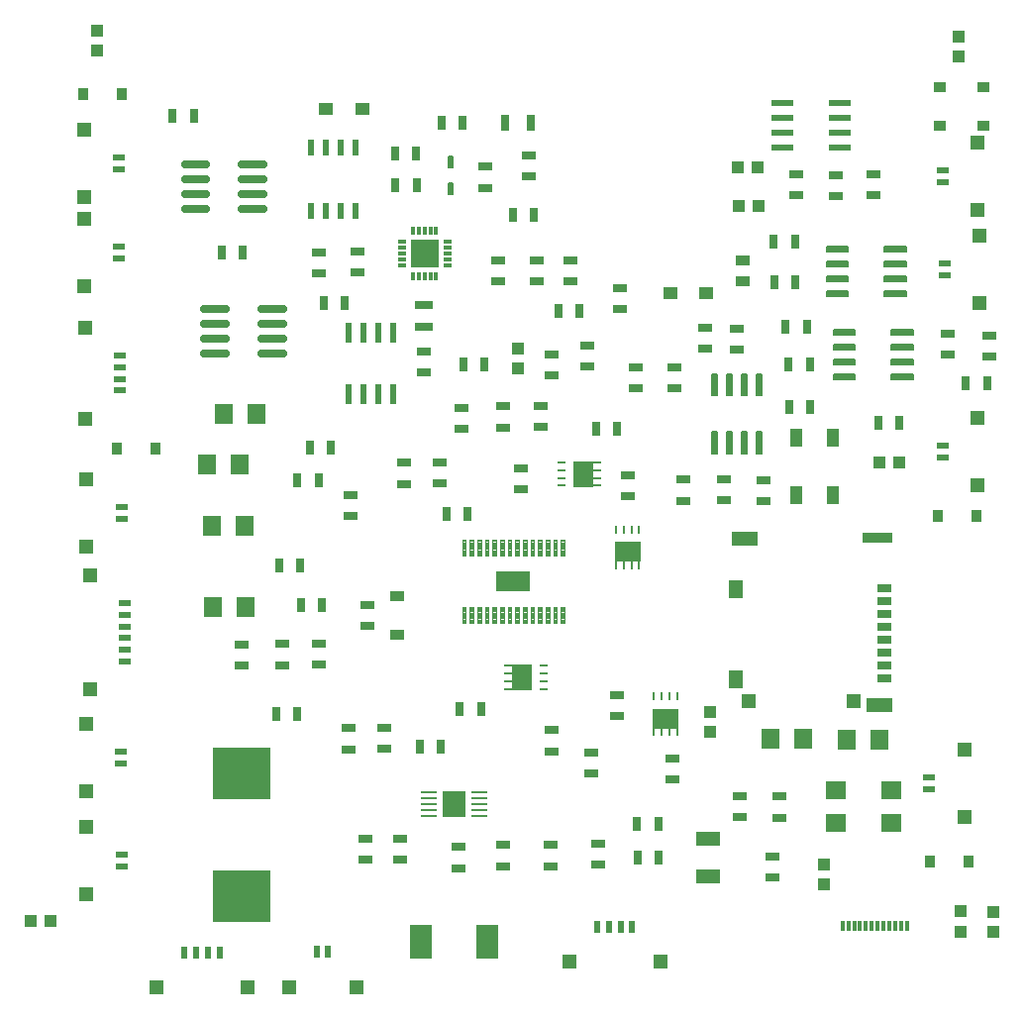
<source format=gbr>
G04 EAGLE Gerber RS-274X export*
G75*
%MOMM*%
%FSLAX34Y34*%
%LPD*%
%INSolderpaste Top*%
%IPPOS*%
%AMOC8*
5,1,8,0,0,1.08239X$1,22.5*%
G01*
%ADD10R,1.200000X0.800000*%
%ADD11R,0.800000X1.200000*%
%ADD12R,1.100000X1.000000*%
%ADD13R,1.600000X1.800000*%
%ADD14R,1.800000X1.600000*%
%ADD15R,2.000000X1.200000*%
%ADD16R,0.812800X1.041400*%
%ADD17R,1.041400X0.812800*%
%ADD18R,1.000000X1.500000*%
%ADD19R,1.220000X0.910000*%
%ADD20R,1.000000X0.550000*%
%ADD21R,1.300000X1.260000*%
%ADD22R,1.240000X0.800000*%
%ADD23R,2.500000X0.950000*%
%ADD24R,2.200000X1.150000*%
%ADD25R,1.250000X1.160000*%
%ADD26R,1.200000X1.160000*%
%ADD27R,1.150000X1.500000*%
%ADD28R,5.000000X4.500000*%
%ADD29R,0.635000X0.254000*%
%ADD30R,1.701800X2.260600*%
%ADD31R,0.254000X0.635000*%
%ADD32R,2.260600X1.701800*%
%ADD33R,1.000000X1.100000*%
%ADD34R,3.000000X1.730000*%
%ADD35C,0.102500*%
%ADD36C,0.700000*%
%ADD37R,1.397000X0.279400*%
%ADD38R,0.350000X0.890000*%
%ADD39R,0.550000X1.000000*%
%ADD40R,1.260000X1.300000*%
%ADD41R,1.981200X0.558800*%
%ADD42R,1.955800X2.997200*%
%ADD43R,0.990600X0.558800*%
%ADD44R,1.270000X1.295400*%
%ADD45R,0.787400X0.304800*%
%ADD46R,0.304800X0.787400*%
%ADD47R,2.438400X2.438400*%
%ADD48R,1.524000X0.711200*%
%ADD49R,0.558800X1.651000*%
%ADD50C,0.130000*%
%ADD51R,0.711200X1.447800*%
%ADD52R,0.558800X1.460500*%
%ADD53R,1.143000X1.092200*%
%ADD54C,0.150000*%

G36*
X403354Y192280D02*
X403354Y192280D01*
X403356Y192279D01*
X403399Y192299D01*
X403443Y192317D01*
X403443Y192319D01*
X403445Y192320D01*
X403478Y192405D01*
X403478Y213995D01*
X403478Y213996D01*
X403478Y213998D01*
X403478Y213999D01*
X403458Y214042D01*
X403440Y214086D01*
X403438Y214086D01*
X403437Y214088D01*
X403352Y214121D01*
X384048Y214121D01*
X384046Y214120D01*
X384044Y214121D01*
X384001Y214101D01*
X383957Y214083D01*
X383957Y214081D01*
X383955Y214080D01*
X383922Y213995D01*
X383922Y192405D01*
X383923Y192403D01*
X383922Y192401D01*
X383942Y192358D01*
X383960Y192314D01*
X383962Y192314D01*
X383963Y192312D01*
X384048Y192279D01*
X403352Y192279D01*
X403354Y192280D01*
G37*
D10*
X399796Y524146D03*
X399796Y542146D03*
D11*
X550816Y157226D03*
X568816Y157226D03*
D10*
X317706Y173378D03*
X317706Y155378D03*
X435610Y525162D03*
X435610Y543162D03*
X542798Y484488D03*
X542798Y466488D03*
D11*
X288494Y507854D03*
X270494Y507854D03*
D10*
X381508Y477156D03*
X381508Y495156D03*
X334010Y268334D03*
X334010Y250334D03*
X533146Y278274D03*
X533146Y296274D03*
X303276Y268080D03*
X303276Y250080D03*
X468122Y525670D03*
X468122Y543670D03*
D11*
X515256Y524256D03*
X533256Y524256D03*
X398892Y284226D03*
X416892Y284226D03*
X405240Y451612D03*
X387240Y451612D03*
D10*
X319436Y355490D03*
X319436Y373490D03*
X278638Y340216D03*
X278638Y322216D03*
X212598Y321454D03*
X212598Y339454D03*
D11*
X153158Y791824D03*
X171158Y791824D03*
D12*
X774712Y495132D03*
X757712Y495132D03*
D13*
X225328Y537210D03*
X197328Y537210D03*
X210850Y493268D03*
X182850Y493268D03*
X214914Y440944D03*
X186914Y440944D03*
X187422Y371856D03*
X215422Y371856D03*
D14*
X720090Y215168D03*
X720090Y187168D03*
X767334Y215422D03*
X767334Y187422D03*
D13*
X729204Y258064D03*
X757204Y258064D03*
X692180Y258826D03*
X664180Y258826D03*
D10*
X436008Y168102D03*
X436008Y150102D03*
D15*
X611378Y173226D03*
X611378Y141226D03*
D10*
X517324Y151418D03*
X517324Y169418D03*
D11*
X382380Y252476D03*
X364380Y252476D03*
D10*
X638302Y209914D03*
X638302Y191914D03*
D16*
X76546Y810270D03*
X109566Y810270D03*
X105918Y507492D03*
X138938Y507492D03*
X833628Y154432D03*
X800608Y154432D03*
X840832Y449552D03*
X807812Y449552D03*
D17*
X808700Y816010D03*
X808700Y782990D03*
X846400Y816110D03*
X846400Y783090D03*
D18*
X718034Y516758D03*
X718034Y467758D03*
X686034Y516758D03*
X686034Y467758D03*
D19*
X344942Y381011D03*
X344942Y348261D03*
D20*
X107184Y755936D03*
X107184Y745936D03*
D21*
X77284Y779686D03*
X77284Y722136D03*
D20*
X109462Y457400D03*
X109462Y447400D03*
D21*
X79562Y481150D03*
X79562Y423600D03*
D22*
X762017Y387907D03*
X762017Y376907D03*
X762017Y365907D03*
X762017Y354907D03*
X762017Y343907D03*
X762017Y332907D03*
X762017Y321907D03*
X762017Y310907D03*
D23*
X755717Y431357D03*
D24*
X757217Y287457D03*
D25*
X735717Y291507D03*
D26*
X645717Y291507D03*
D24*
X642417Y430357D03*
D27*
X634467Y387307D03*
X634467Y309507D03*
D20*
X109414Y160204D03*
X109414Y150204D03*
D21*
X79514Y183954D03*
X79514Y126404D03*
D20*
X800100Y215900D03*
X800100Y225900D03*
D21*
X830000Y192150D03*
X830000Y249700D03*
D20*
X811700Y499900D03*
X811700Y509900D03*
D21*
X841600Y476150D03*
X841600Y533700D03*
D20*
X811700Y735200D03*
X811700Y745200D03*
D21*
X841600Y711450D03*
X841600Y769000D03*
D20*
X108200Y586732D03*
X108200Y576732D03*
X108200Y566732D03*
X108200Y556732D03*
D21*
X78300Y610482D03*
X78300Y532932D03*
D28*
X211808Y229682D03*
X211808Y124682D03*
D29*
X485648Y488950D03*
X485648Y482092D03*
X485648Y495300D03*
X485648Y475488D03*
X516128Y488696D03*
X516128Y482092D03*
X516128Y495300D03*
X516128Y475488D03*
D30*
X504698Y485394D03*
D31*
X545788Y437796D03*
X538930Y437796D03*
X552138Y437796D03*
X532326Y437796D03*
X545534Y407316D03*
X538930Y407316D03*
X552138Y407316D03*
X532326Y407316D03*
D32*
X542232Y418746D03*
D31*
X578152Y295102D03*
X571294Y295102D03*
X584502Y295102D03*
X564690Y295102D03*
X577898Y264622D03*
X571294Y264622D03*
X584502Y264622D03*
X564690Y264622D03*
D32*
X574596Y276052D03*
D29*
X470662Y308102D03*
X470662Y314960D03*
X470662Y301752D03*
X470662Y321564D03*
X440182Y308356D03*
X440182Y314960D03*
X440182Y301752D03*
X440182Y321564D03*
D30*
X451612Y311658D03*
D10*
X451104Y472584D03*
X451104Y490584D03*
X305054Y449216D03*
X305054Y467216D03*
D11*
X244492Y407416D03*
X262492Y407416D03*
X263034Y373126D03*
X281034Y373126D03*
D10*
X246888Y321962D03*
X246888Y339962D03*
X580898Y224172D03*
X580898Y242172D03*
D11*
X241444Y280670D03*
X259444Y280670D03*
D10*
X477266Y266302D03*
X477266Y248302D03*
D33*
X612458Y282292D03*
X612458Y265292D03*
D10*
X671576Y209660D03*
X671576Y191660D03*
X665734Y140352D03*
X665734Y158352D03*
D33*
X710184Y151502D03*
X710184Y134502D03*
X827278Y111370D03*
X827278Y94370D03*
D10*
X511158Y247452D03*
X511158Y229452D03*
X351282Y476902D03*
X351282Y494902D03*
X347946Y155608D03*
X347946Y173608D03*
D11*
X550308Y185928D03*
X568308Y185928D03*
D10*
X476342Y168180D03*
X476342Y150180D03*
X397540Y148502D03*
X397540Y166502D03*
D12*
X48971Y103547D03*
X31971Y103547D03*
D33*
X855218Y110862D03*
X855218Y93862D03*
X825500Y842400D03*
X825500Y859400D03*
X88646Y847226D03*
X88646Y864226D03*
D34*
X444500Y393700D03*
D35*
X485212Y415462D02*
X485212Y429238D01*
X488288Y429238D01*
X488288Y415462D01*
X485212Y415462D01*
X485212Y416436D02*
X488288Y416436D01*
X488288Y417410D02*
X485212Y417410D01*
X485212Y418384D02*
X488288Y418384D01*
X488288Y419358D02*
X485212Y419358D01*
X485212Y420332D02*
X488288Y420332D01*
X488288Y421306D02*
X485212Y421306D01*
X485212Y422280D02*
X488288Y422280D01*
X488288Y423254D02*
X485212Y423254D01*
X485212Y424228D02*
X488288Y424228D01*
X488288Y425202D02*
X485212Y425202D01*
X485212Y426176D02*
X488288Y426176D01*
X488288Y427150D02*
X485212Y427150D01*
X485212Y428124D02*
X488288Y428124D01*
X488288Y429098D02*
X485212Y429098D01*
X478712Y429238D02*
X478712Y415462D01*
X478712Y429238D02*
X481788Y429238D01*
X481788Y415462D01*
X478712Y415462D01*
X478712Y416436D02*
X481788Y416436D01*
X481788Y417410D02*
X478712Y417410D01*
X478712Y418384D02*
X481788Y418384D01*
X481788Y419358D02*
X478712Y419358D01*
X478712Y420332D02*
X481788Y420332D01*
X481788Y421306D02*
X478712Y421306D01*
X478712Y422280D02*
X481788Y422280D01*
X481788Y423254D02*
X478712Y423254D01*
X478712Y424228D02*
X481788Y424228D01*
X481788Y425202D02*
X478712Y425202D01*
X478712Y426176D02*
X481788Y426176D01*
X481788Y427150D02*
X478712Y427150D01*
X478712Y428124D02*
X481788Y428124D01*
X481788Y429098D02*
X478712Y429098D01*
X472212Y429238D02*
X472212Y415462D01*
X472212Y429238D02*
X475288Y429238D01*
X475288Y415462D01*
X472212Y415462D01*
X472212Y416436D02*
X475288Y416436D01*
X475288Y417410D02*
X472212Y417410D01*
X472212Y418384D02*
X475288Y418384D01*
X475288Y419358D02*
X472212Y419358D01*
X472212Y420332D02*
X475288Y420332D01*
X475288Y421306D02*
X472212Y421306D01*
X472212Y422280D02*
X475288Y422280D01*
X475288Y423254D02*
X472212Y423254D01*
X472212Y424228D02*
X475288Y424228D01*
X475288Y425202D02*
X472212Y425202D01*
X472212Y426176D02*
X475288Y426176D01*
X475288Y427150D02*
X472212Y427150D01*
X472212Y428124D02*
X475288Y428124D01*
X475288Y429098D02*
X472212Y429098D01*
X465712Y429238D02*
X465712Y415462D01*
X465712Y429238D02*
X468788Y429238D01*
X468788Y415462D01*
X465712Y415462D01*
X465712Y416436D02*
X468788Y416436D01*
X468788Y417410D02*
X465712Y417410D01*
X465712Y418384D02*
X468788Y418384D01*
X468788Y419358D02*
X465712Y419358D01*
X465712Y420332D02*
X468788Y420332D01*
X468788Y421306D02*
X465712Y421306D01*
X465712Y422280D02*
X468788Y422280D01*
X468788Y423254D02*
X465712Y423254D01*
X465712Y424228D02*
X468788Y424228D01*
X468788Y425202D02*
X465712Y425202D01*
X465712Y426176D02*
X468788Y426176D01*
X468788Y427150D02*
X465712Y427150D01*
X465712Y428124D02*
X468788Y428124D01*
X468788Y429098D02*
X465712Y429098D01*
X459212Y429238D02*
X459212Y415462D01*
X459212Y429238D02*
X462288Y429238D01*
X462288Y415462D01*
X459212Y415462D01*
X459212Y416436D02*
X462288Y416436D01*
X462288Y417410D02*
X459212Y417410D01*
X459212Y418384D02*
X462288Y418384D01*
X462288Y419358D02*
X459212Y419358D01*
X459212Y420332D02*
X462288Y420332D01*
X462288Y421306D02*
X459212Y421306D01*
X459212Y422280D02*
X462288Y422280D01*
X462288Y423254D02*
X459212Y423254D01*
X459212Y424228D02*
X462288Y424228D01*
X462288Y425202D02*
X459212Y425202D01*
X459212Y426176D02*
X462288Y426176D01*
X462288Y427150D02*
X459212Y427150D01*
X459212Y428124D02*
X462288Y428124D01*
X462288Y429098D02*
X459212Y429098D01*
X452712Y429238D02*
X452712Y415462D01*
X452712Y429238D02*
X455788Y429238D01*
X455788Y415462D01*
X452712Y415462D01*
X452712Y416436D02*
X455788Y416436D01*
X455788Y417410D02*
X452712Y417410D01*
X452712Y418384D02*
X455788Y418384D01*
X455788Y419358D02*
X452712Y419358D01*
X452712Y420332D02*
X455788Y420332D01*
X455788Y421306D02*
X452712Y421306D01*
X452712Y422280D02*
X455788Y422280D01*
X455788Y423254D02*
X452712Y423254D01*
X452712Y424228D02*
X455788Y424228D01*
X455788Y425202D02*
X452712Y425202D01*
X452712Y426176D02*
X455788Y426176D01*
X455788Y427150D02*
X452712Y427150D01*
X452712Y428124D02*
X455788Y428124D01*
X455788Y429098D02*
X452712Y429098D01*
X446212Y429238D02*
X446212Y415462D01*
X446212Y429238D02*
X449288Y429238D01*
X449288Y415462D01*
X446212Y415462D01*
X446212Y416436D02*
X449288Y416436D01*
X449288Y417410D02*
X446212Y417410D01*
X446212Y418384D02*
X449288Y418384D01*
X449288Y419358D02*
X446212Y419358D01*
X446212Y420332D02*
X449288Y420332D01*
X449288Y421306D02*
X446212Y421306D01*
X446212Y422280D02*
X449288Y422280D01*
X449288Y423254D02*
X446212Y423254D01*
X446212Y424228D02*
X449288Y424228D01*
X449288Y425202D02*
X446212Y425202D01*
X446212Y426176D02*
X449288Y426176D01*
X449288Y427150D02*
X446212Y427150D01*
X446212Y428124D02*
X449288Y428124D01*
X449288Y429098D02*
X446212Y429098D01*
X439712Y429238D02*
X439712Y415462D01*
X439712Y429238D02*
X442788Y429238D01*
X442788Y415462D01*
X439712Y415462D01*
X439712Y416436D02*
X442788Y416436D01*
X442788Y417410D02*
X439712Y417410D01*
X439712Y418384D02*
X442788Y418384D01*
X442788Y419358D02*
X439712Y419358D01*
X439712Y420332D02*
X442788Y420332D01*
X442788Y421306D02*
X439712Y421306D01*
X439712Y422280D02*
X442788Y422280D01*
X442788Y423254D02*
X439712Y423254D01*
X439712Y424228D02*
X442788Y424228D01*
X442788Y425202D02*
X439712Y425202D01*
X439712Y426176D02*
X442788Y426176D01*
X442788Y427150D02*
X439712Y427150D01*
X439712Y428124D02*
X442788Y428124D01*
X442788Y429098D02*
X439712Y429098D01*
X433212Y429238D02*
X433212Y415462D01*
X433212Y429238D02*
X436288Y429238D01*
X436288Y415462D01*
X433212Y415462D01*
X433212Y416436D02*
X436288Y416436D01*
X436288Y417410D02*
X433212Y417410D01*
X433212Y418384D02*
X436288Y418384D01*
X436288Y419358D02*
X433212Y419358D01*
X433212Y420332D02*
X436288Y420332D01*
X436288Y421306D02*
X433212Y421306D01*
X433212Y422280D02*
X436288Y422280D01*
X436288Y423254D02*
X433212Y423254D01*
X433212Y424228D02*
X436288Y424228D01*
X436288Y425202D02*
X433212Y425202D01*
X433212Y426176D02*
X436288Y426176D01*
X436288Y427150D02*
X433212Y427150D01*
X433212Y428124D02*
X436288Y428124D01*
X436288Y429098D02*
X433212Y429098D01*
X426712Y429238D02*
X426712Y415462D01*
X426712Y429238D02*
X429788Y429238D01*
X429788Y415462D01*
X426712Y415462D01*
X426712Y416436D02*
X429788Y416436D01*
X429788Y417410D02*
X426712Y417410D01*
X426712Y418384D02*
X429788Y418384D01*
X429788Y419358D02*
X426712Y419358D01*
X426712Y420332D02*
X429788Y420332D01*
X429788Y421306D02*
X426712Y421306D01*
X426712Y422280D02*
X429788Y422280D01*
X429788Y423254D02*
X426712Y423254D01*
X426712Y424228D02*
X429788Y424228D01*
X429788Y425202D02*
X426712Y425202D01*
X426712Y426176D02*
X429788Y426176D01*
X429788Y427150D02*
X426712Y427150D01*
X426712Y428124D02*
X429788Y428124D01*
X429788Y429098D02*
X426712Y429098D01*
X420212Y429238D02*
X420212Y415462D01*
X420212Y429238D02*
X423288Y429238D01*
X423288Y415462D01*
X420212Y415462D01*
X420212Y416436D02*
X423288Y416436D01*
X423288Y417410D02*
X420212Y417410D01*
X420212Y418384D02*
X423288Y418384D01*
X423288Y419358D02*
X420212Y419358D01*
X420212Y420332D02*
X423288Y420332D01*
X423288Y421306D02*
X420212Y421306D01*
X420212Y422280D02*
X423288Y422280D01*
X423288Y423254D02*
X420212Y423254D01*
X420212Y424228D02*
X423288Y424228D01*
X423288Y425202D02*
X420212Y425202D01*
X420212Y426176D02*
X423288Y426176D01*
X423288Y427150D02*
X420212Y427150D01*
X420212Y428124D02*
X423288Y428124D01*
X423288Y429098D02*
X420212Y429098D01*
X413712Y429238D02*
X413712Y415462D01*
X413712Y429238D02*
X416788Y429238D01*
X416788Y415462D01*
X413712Y415462D01*
X413712Y416436D02*
X416788Y416436D01*
X416788Y417410D02*
X413712Y417410D01*
X413712Y418384D02*
X416788Y418384D01*
X416788Y419358D02*
X413712Y419358D01*
X413712Y420332D02*
X416788Y420332D01*
X416788Y421306D02*
X413712Y421306D01*
X413712Y422280D02*
X416788Y422280D01*
X416788Y423254D02*
X413712Y423254D01*
X413712Y424228D02*
X416788Y424228D01*
X416788Y425202D02*
X413712Y425202D01*
X413712Y426176D02*
X416788Y426176D01*
X416788Y427150D02*
X413712Y427150D01*
X413712Y428124D02*
X416788Y428124D01*
X416788Y429098D02*
X413712Y429098D01*
X407212Y429238D02*
X407212Y415462D01*
X407212Y429238D02*
X410288Y429238D01*
X410288Y415462D01*
X407212Y415462D01*
X407212Y416436D02*
X410288Y416436D01*
X410288Y417410D02*
X407212Y417410D01*
X407212Y418384D02*
X410288Y418384D01*
X410288Y419358D02*
X407212Y419358D01*
X407212Y420332D02*
X410288Y420332D01*
X410288Y421306D02*
X407212Y421306D01*
X407212Y422280D02*
X410288Y422280D01*
X410288Y423254D02*
X407212Y423254D01*
X407212Y424228D02*
X410288Y424228D01*
X410288Y425202D02*
X407212Y425202D01*
X407212Y426176D02*
X410288Y426176D01*
X410288Y427150D02*
X407212Y427150D01*
X407212Y428124D02*
X410288Y428124D01*
X410288Y429098D02*
X407212Y429098D01*
X400712Y429238D02*
X400712Y415462D01*
X400712Y429238D02*
X403788Y429238D01*
X403788Y415462D01*
X400712Y415462D01*
X400712Y416436D02*
X403788Y416436D01*
X403788Y417410D02*
X400712Y417410D01*
X400712Y418384D02*
X403788Y418384D01*
X403788Y419358D02*
X400712Y419358D01*
X400712Y420332D02*
X403788Y420332D01*
X403788Y421306D02*
X400712Y421306D01*
X400712Y422280D02*
X403788Y422280D01*
X403788Y423254D02*
X400712Y423254D01*
X400712Y424228D02*
X403788Y424228D01*
X403788Y425202D02*
X400712Y425202D01*
X400712Y426176D02*
X403788Y426176D01*
X403788Y427150D02*
X400712Y427150D01*
X400712Y428124D02*
X403788Y428124D01*
X403788Y429098D02*
X400712Y429098D01*
X400712Y371938D02*
X400712Y358162D01*
X400712Y371938D02*
X403788Y371938D01*
X403788Y358162D01*
X400712Y358162D01*
X400712Y359136D02*
X403788Y359136D01*
X403788Y360110D02*
X400712Y360110D01*
X400712Y361084D02*
X403788Y361084D01*
X403788Y362058D02*
X400712Y362058D01*
X400712Y363032D02*
X403788Y363032D01*
X403788Y364006D02*
X400712Y364006D01*
X400712Y364980D02*
X403788Y364980D01*
X403788Y365954D02*
X400712Y365954D01*
X400712Y366928D02*
X403788Y366928D01*
X403788Y367902D02*
X400712Y367902D01*
X400712Y368876D02*
X403788Y368876D01*
X403788Y369850D02*
X400712Y369850D01*
X400712Y370824D02*
X403788Y370824D01*
X403788Y371798D02*
X400712Y371798D01*
X407212Y371938D02*
X407212Y358162D01*
X407212Y371938D02*
X410288Y371938D01*
X410288Y358162D01*
X407212Y358162D01*
X407212Y359136D02*
X410288Y359136D01*
X410288Y360110D02*
X407212Y360110D01*
X407212Y361084D02*
X410288Y361084D01*
X410288Y362058D02*
X407212Y362058D01*
X407212Y363032D02*
X410288Y363032D01*
X410288Y364006D02*
X407212Y364006D01*
X407212Y364980D02*
X410288Y364980D01*
X410288Y365954D02*
X407212Y365954D01*
X407212Y366928D02*
X410288Y366928D01*
X410288Y367902D02*
X407212Y367902D01*
X407212Y368876D02*
X410288Y368876D01*
X410288Y369850D02*
X407212Y369850D01*
X407212Y370824D02*
X410288Y370824D01*
X410288Y371798D02*
X407212Y371798D01*
X413712Y371938D02*
X413712Y358162D01*
X413712Y371938D02*
X416788Y371938D01*
X416788Y358162D01*
X413712Y358162D01*
X413712Y359136D02*
X416788Y359136D01*
X416788Y360110D02*
X413712Y360110D01*
X413712Y361084D02*
X416788Y361084D01*
X416788Y362058D02*
X413712Y362058D01*
X413712Y363032D02*
X416788Y363032D01*
X416788Y364006D02*
X413712Y364006D01*
X413712Y364980D02*
X416788Y364980D01*
X416788Y365954D02*
X413712Y365954D01*
X413712Y366928D02*
X416788Y366928D01*
X416788Y367902D02*
X413712Y367902D01*
X413712Y368876D02*
X416788Y368876D01*
X416788Y369850D02*
X413712Y369850D01*
X413712Y370824D02*
X416788Y370824D01*
X416788Y371798D02*
X413712Y371798D01*
X420212Y371938D02*
X420212Y358162D01*
X420212Y371938D02*
X423288Y371938D01*
X423288Y358162D01*
X420212Y358162D01*
X420212Y359136D02*
X423288Y359136D01*
X423288Y360110D02*
X420212Y360110D01*
X420212Y361084D02*
X423288Y361084D01*
X423288Y362058D02*
X420212Y362058D01*
X420212Y363032D02*
X423288Y363032D01*
X423288Y364006D02*
X420212Y364006D01*
X420212Y364980D02*
X423288Y364980D01*
X423288Y365954D02*
X420212Y365954D01*
X420212Y366928D02*
X423288Y366928D01*
X423288Y367902D02*
X420212Y367902D01*
X420212Y368876D02*
X423288Y368876D01*
X423288Y369850D02*
X420212Y369850D01*
X420212Y370824D02*
X423288Y370824D01*
X423288Y371798D02*
X420212Y371798D01*
X426712Y371938D02*
X426712Y358162D01*
X426712Y371938D02*
X429788Y371938D01*
X429788Y358162D01*
X426712Y358162D01*
X426712Y359136D02*
X429788Y359136D01*
X429788Y360110D02*
X426712Y360110D01*
X426712Y361084D02*
X429788Y361084D01*
X429788Y362058D02*
X426712Y362058D01*
X426712Y363032D02*
X429788Y363032D01*
X429788Y364006D02*
X426712Y364006D01*
X426712Y364980D02*
X429788Y364980D01*
X429788Y365954D02*
X426712Y365954D01*
X426712Y366928D02*
X429788Y366928D01*
X429788Y367902D02*
X426712Y367902D01*
X426712Y368876D02*
X429788Y368876D01*
X429788Y369850D02*
X426712Y369850D01*
X426712Y370824D02*
X429788Y370824D01*
X429788Y371798D02*
X426712Y371798D01*
X433212Y371938D02*
X433212Y358162D01*
X433212Y371938D02*
X436288Y371938D01*
X436288Y358162D01*
X433212Y358162D01*
X433212Y359136D02*
X436288Y359136D01*
X436288Y360110D02*
X433212Y360110D01*
X433212Y361084D02*
X436288Y361084D01*
X436288Y362058D02*
X433212Y362058D01*
X433212Y363032D02*
X436288Y363032D01*
X436288Y364006D02*
X433212Y364006D01*
X433212Y364980D02*
X436288Y364980D01*
X436288Y365954D02*
X433212Y365954D01*
X433212Y366928D02*
X436288Y366928D01*
X436288Y367902D02*
X433212Y367902D01*
X433212Y368876D02*
X436288Y368876D01*
X436288Y369850D02*
X433212Y369850D01*
X433212Y370824D02*
X436288Y370824D01*
X436288Y371798D02*
X433212Y371798D01*
X439712Y371938D02*
X439712Y358162D01*
X439712Y371938D02*
X442788Y371938D01*
X442788Y358162D01*
X439712Y358162D01*
X439712Y359136D02*
X442788Y359136D01*
X442788Y360110D02*
X439712Y360110D01*
X439712Y361084D02*
X442788Y361084D01*
X442788Y362058D02*
X439712Y362058D01*
X439712Y363032D02*
X442788Y363032D01*
X442788Y364006D02*
X439712Y364006D01*
X439712Y364980D02*
X442788Y364980D01*
X442788Y365954D02*
X439712Y365954D01*
X439712Y366928D02*
X442788Y366928D01*
X442788Y367902D02*
X439712Y367902D01*
X439712Y368876D02*
X442788Y368876D01*
X442788Y369850D02*
X439712Y369850D01*
X439712Y370824D02*
X442788Y370824D01*
X442788Y371798D02*
X439712Y371798D01*
X446212Y371938D02*
X446212Y358162D01*
X446212Y371938D02*
X449288Y371938D01*
X449288Y358162D01*
X446212Y358162D01*
X446212Y359136D02*
X449288Y359136D01*
X449288Y360110D02*
X446212Y360110D01*
X446212Y361084D02*
X449288Y361084D01*
X449288Y362058D02*
X446212Y362058D01*
X446212Y363032D02*
X449288Y363032D01*
X449288Y364006D02*
X446212Y364006D01*
X446212Y364980D02*
X449288Y364980D01*
X449288Y365954D02*
X446212Y365954D01*
X446212Y366928D02*
X449288Y366928D01*
X449288Y367902D02*
X446212Y367902D01*
X446212Y368876D02*
X449288Y368876D01*
X449288Y369850D02*
X446212Y369850D01*
X446212Y370824D02*
X449288Y370824D01*
X449288Y371798D02*
X446212Y371798D01*
X452712Y371938D02*
X452712Y358162D01*
X452712Y371938D02*
X455788Y371938D01*
X455788Y358162D01*
X452712Y358162D01*
X452712Y359136D02*
X455788Y359136D01*
X455788Y360110D02*
X452712Y360110D01*
X452712Y361084D02*
X455788Y361084D01*
X455788Y362058D02*
X452712Y362058D01*
X452712Y363032D02*
X455788Y363032D01*
X455788Y364006D02*
X452712Y364006D01*
X452712Y364980D02*
X455788Y364980D01*
X455788Y365954D02*
X452712Y365954D01*
X452712Y366928D02*
X455788Y366928D01*
X455788Y367902D02*
X452712Y367902D01*
X452712Y368876D02*
X455788Y368876D01*
X455788Y369850D02*
X452712Y369850D01*
X452712Y370824D02*
X455788Y370824D01*
X455788Y371798D02*
X452712Y371798D01*
X459212Y371938D02*
X459212Y358162D01*
X459212Y371938D02*
X462288Y371938D01*
X462288Y358162D01*
X459212Y358162D01*
X459212Y359136D02*
X462288Y359136D01*
X462288Y360110D02*
X459212Y360110D01*
X459212Y361084D02*
X462288Y361084D01*
X462288Y362058D02*
X459212Y362058D01*
X459212Y363032D02*
X462288Y363032D01*
X462288Y364006D02*
X459212Y364006D01*
X459212Y364980D02*
X462288Y364980D01*
X462288Y365954D02*
X459212Y365954D01*
X459212Y366928D02*
X462288Y366928D01*
X462288Y367902D02*
X459212Y367902D01*
X459212Y368876D02*
X462288Y368876D01*
X462288Y369850D02*
X459212Y369850D01*
X459212Y370824D02*
X462288Y370824D01*
X462288Y371798D02*
X459212Y371798D01*
X465712Y371938D02*
X465712Y358162D01*
X465712Y371938D02*
X468788Y371938D01*
X468788Y358162D01*
X465712Y358162D01*
X465712Y359136D02*
X468788Y359136D01*
X468788Y360110D02*
X465712Y360110D01*
X465712Y361084D02*
X468788Y361084D01*
X468788Y362058D02*
X465712Y362058D01*
X465712Y363032D02*
X468788Y363032D01*
X468788Y364006D02*
X465712Y364006D01*
X465712Y364980D02*
X468788Y364980D01*
X468788Y365954D02*
X465712Y365954D01*
X465712Y366928D02*
X468788Y366928D01*
X468788Y367902D02*
X465712Y367902D01*
X465712Y368876D02*
X468788Y368876D01*
X468788Y369850D02*
X465712Y369850D01*
X465712Y370824D02*
X468788Y370824D01*
X468788Y371798D02*
X465712Y371798D01*
X472212Y371938D02*
X472212Y358162D01*
X472212Y371938D02*
X475288Y371938D01*
X475288Y358162D01*
X472212Y358162D01*
X472212Y359136D02*
X475288Y359136D01*
X475288Y360110D02*
X472212Y360110D01*
X472212Y361084D02*
X475288Y361084D01*
X475288Y362058D02*
X472212Y362058D01*
X472212Y363032D02*
X475288Y363032D01*
X475288Y364006D02*
X472212Y364006D01*
X472212Y364980D02*
X475288Y364980D01*
X475288Y365954D02*
X472212Y365954D01*
X472212Y366928D02*
X475288Y366928D01*
X475288Y367902D02*
X472212Y367902D01*
X472212Y368876D02*
X475288Y368876D01*
X475288Y369850D02*
X472212Y369850D01*
X472212Y370824D02*
X475288Y370824D01*
X475288Y371798D02*
X472212Y371798D01*
X478712Y371938D02*
X478712Y358162D01*
X478712Y371938D02*
X481788Y371938D01*
X481788Y358162D01*
X478712Y358162D01*
X478712Y359136D02*
X481788Y359136D01*
X481788Y360110D02*
X478712Y360110D01*
X478712Y361084D02*
X481788Y361084D01*
X481788Y362058D02*
X478712Y362058D01*
X478712Y363032D02*
X481788Y363032D01*
X481788Y364006D02*
X478712Y364006D01*
X478712Y364980D02*
X481788Y364980D01*
X481788Y365954D02*
X478712Y365954D01*
X478712Y366928D02*
X481788Y366928D01*
X481788Y367902D02*
X478712Y367902D01*
X478712Y368876D02*
X481788Y368876D01*
X481788Y369850D02*
X478712Y369850D01*
X478712Y370824D02*
X481788Y370824D01*
X481788Y371798D02*
X478712Y371798D01*
X485212Y371938D02*
X485212Y358162D01*
X485212Y371938D02*
X488288Y371938D01*
X488288Y358162D01*
X485212Y358162D01*
X485212Y359136D02*
X488288Y359136D01*
X488288Y360110D02*
X485212Y360110D01*
X485212Y361084D02*
X488288Y361084D01*
X488288Y362058D02*
X485212Y362058D01*
X485212Y363032D02*
X488288Y363032D01*
X488288Y364006D02*
X485212Y364006D01*
X485212Y364980D02*
X488288Y364980D01*
X488288Y365954D02*
X485212Y365954D01*
X485212Y366928D02*
X488288Y366928D01*
X488288Y367902D02*
X485212Y367902D01*
X485212Y368876D02*
X488288Y368876D01*
X488288Y369850D02*
X485212Y369850D01*
X485212Y370824D02*
X488288Y370824D01*
X488288Y371798D02*
X485212Y371798D01*
D36*
X181604Y749808D02*
X163604Y749808D01*
X163604Y737108D02*
X181604Y737108D01*
X181604Y724408D02*
X163604Y724408D01*
X163604Y711708D02*
X181604Y711708D01*
X212604Y749808D02*
X230604Y749808D01*
X230604Y737108D02*
X212604Y737108D01*
X212604Y724408D02*
X230604Y724408D01*
X230604Y711708D02*
X212604Y711708D01*
D37*
X371856Y213208D03*
X371856Y208204D03*
X371856Y203200D03*
X371856Y198196D03*
X371856Y193192D03*
X415544Y193192D03*
X415544Y198196D03*
X415544Y203200D03*
X415544Y208204D03*
X415544Y213208D03*
D38*
X725932Y99060D03*
X730932Y99060D03*
X735932Y99060D03*
X740932Y99060D03*
X745932Y99060D03*
X750932Y99060D03*
X755932Y99060D03*
X760932Y99060D03*
X765932Y99060D03*
X770932Y99060D03*
X775932Y99060D03*
X780932Y99060D03*
D39*
X163216Y76630D03*
X173216Y76630D03*
X183216Y76630D03*
X193216Y76630D03*
D40*
X139466Y46730D03*
X217016Y46730D03*
D41*
X674214Y802538D03*
X674214Y789838D03*
X674214Y777138D03*
X674214Y764438D03*
X723490Y764438D03*
X723490Y777138D03*
X723490Y789838D03*
X723490Y802538D03*
D12*
X636366Y747970D03*
X653366Y747970D03*
X654440Y714582D03*
X637440Y714582D03*
D42*
X422204Y85344D03*
X365704Y85344D03*
D20*
X109176Y247930D03*
X109176Y237930D03*
D21*
X79276Y271680D03*
X79276Y214130D03*
D20*
X107538Y679670D03*
X107538Y669670D03*
D21*
X77638Y703420D03*
X77638Y645870D03*
D39*
X276208Y76800D03*
X286208Y76800D03*
D40*
X252458Y46900D03*
X310008Y46900D03*
D20*
X813254Y655537D03*
X813254Y665537D03*
D21*
X843154Y631787D03*
X843154Y689337D03*
D39*
X516128Y98548D03*
X526128Y98548D03*
X536128Y98548D03*
X546128Y98548D03*
D40*
X492378Y68648D03*
X569928Y68648D03*
D11*
X277932Y480242D03*
X259932Y480242D03*
D43*
X112716Y375144D03*
X112716Y365144D03*
X112716Y355144D03*
X112716Y345144D03*
X112716Y335144D03*
X112716Y325144D03*
D44*
X82816Y301394D03*
X82816Y398894D03*
D11*
X195286Y674624D03*
X213286Y674624D03*
D36*
X198368Y626612D02*
X180368Y626612D01*
X180368Y613912D02*
X198368Y613912D01*
X198368Y601212D02*
X180368Y601212D01*
X180368Y588512D02*
X198368Y588512D01*
X229368Y626612D02*
X247368Y626612D01*
X247368Y613912D02*
X229368Y613912D01*
X229368Y601212D02*
X247368Y601212D01*
X247368Y588512D02*
X229368Y588512D01*
D10*
X589400Y480700D03*
X589400Y462700D03*
X624300Y462800D03*
X624300Y480800D03*
X658400Y462200D03*
X658400Y480200D03*
D45*
X349042Y683906D03*
X349042Y679080D03*
X349042Y674000D03*
X349042Y668920D03*
X349042Y664094D03*
D46*
X358694Y654442D03*
X363520Y654442D03*
X368600Y654442D03*
X373680Y654442D03*
X378506Y654442D03*
D45*
X388158Y664094D03*
X388158Y668920D03*
X388158Y674000D03*
X388158Y679080D03*
X388158Y683906D03*
D46*
X378506Y693558D03*
X373680Y693558D03*
X368600Y693558D03*
X363520Y693558D03*
X358694Y693558D03*
D47*
X368600Y674000D03*
D10*
X368300Y572100D03*
X368300Y590100D03*
D11*
X401900Y579100D03*
X419900Y579100D03*
D48*
X368000Y611100D03*
X368000Y630150D03*
D49*
X341750Y606389D03*
X329050Y606389D03*
X316350Y606389D03*
X303650Y606389D03*
X303650Y553811D03*
X316350Y553811D03*
X329050Y553811D03*
X341750Y553811D03*
D11*
X483100Y624500D03*
X501100Y624500D03*
D10*
X507700Y577600D03*
X507700Y595600D03*
X311100Y657500D03*
X311100Y675500D03*
X278200Y675200D03*
X278200Y657200D03*
D11*
X300100Y631700D03*
X282100Y631700D03*
G36*
X646490Y654189D02*
X646477Y646190D01*
X634478Y646211D01*
X634491Y654210D01*
X646490Y654189D01*
G37*
G36*
X646522Y672189D02*
X646509Y664190D01*
X634510Y664211D01*
X634523Y672210D01*
X646522Y672189D01*
G37*
X343500Y759800D03*
X361500Y759800D03*
D50*
X392850Y733900D02*
X392850Y724900D01*
X388950Y724900D01*
X388950Y733900D01*
X392850Y733900D01*
X392850Y726135D02*
X388950Y726135D01*
X388950Y727370D02*
X392850Y727370D01*
X392850Y728605D02*
X388950Y728605D01*
X388950Y729840D02*
X392850Y729840D01*
X392850Y731075D02*
X388950Y731075D01*
X388950Y732310D02*
X392850Y732310D01*
X392850Y733545D02*
X388950Y733545D01*
X392850Y747900D02*
X392850Y756900D01*
X392850Y747900D02*
X388950Y747900D01*
X388950Y756900D01*
X392850Y756900D01*
X392850Y749135D02*
X388950Y749135D01*
X388950Y750370D02*
X392850Y750370D01*
X392850Y751605D02*
X388950Y751605D01*
X388950Y752840D02*
X392850Y752840D01*
X392850Y754075D02*
X388950Y754075D01*
X388950Y755310D02*
X392850Y755310D01*
X392850Y756545D02*
X388950Y756545D01*
D11*
X361700Y732800D03*
X343700Y732800D03*
D51*
X459649Y785500D03*
X437551Y785500D03*
D10*
X458000Y740000D03*
X458000Y758000D03*
X493500Y668000D03*
X493500Y650000D03*
D11*
X462300Y706600D03*
X444300Y706600D03*
D10*
X431800Y667900D03*
X431800Y649900D03*
X464800Y650000D03*
X464800Y668000D03*
X476900Y587500D03*
X476900Y569500D03*
X536000Y626200D03*
X536000Y644200D03*
D52*
X271750Y710259D03*
X284450Y710259D03*
X297150Y710259D03*
X309850Y710259D03*
X309850Y764742D03*
X297150Y764742D03*
X284450Y764742D03*
X271750Y764742D03*
D53*
X284433Y797400D03*
X315167Y797400D03*
X578833Y639900D03*
X609567Y639900D03*
D33*
X448300Y575400D03*
X448300Y592400D03*
D11*
X401200Y786100D03*
X383200Y786100D03*
D10*
X420400Y730200D03*
X420400Y748200D03*
D11*
X667100Y684300D03*
X685100Y684300D03*
D54*
X712500Y675400D02*
X730700Y675400D01*
X712500Y675400D02*
X712500Y679900D01*
X730700Y679900D01*
X730700Y675400D01*
X730700Y676825D02*
X712500Y676825D01*
X712500Y678250D02*
X730700Y678250D01*
X730700Y679675D02*
X712500Y679675D01*
X712500Y662700D02*
X730700Y662700D01*
X712500Y662700D02*
X712500Y667200D01*
X730700Y667200D01*
X730700Y662700D01*
X730700Y664125D02*
X712500Y664125D01*
X712500Y665550D02*
X730700Y665550D01*
X730700Y666975D02*
X712500Y666975D01*
X712500Y650000D02*
X730700Y650000D01*
X712500Y650000D02*
X712500Y654500D01*
X730700Y654500D01*
X730700Y650000D01*
X730700Y651425D02*
X712500Y651425D01*
X712500Y652850D02*
X730700Y652850D01*
X730700Y654275D02*
X712500Y654275D01*
X712500Y637300D02*
X730700Y637300D01*
X712500Y637300D02*
X712500Y641800D01*
X730700Y641800D01*
X730700Y637300D01*
X730700Y638725D02*
X712500Y638725D01*
X712500Y640150D02*
X730700Y640150D01*
X730700Y641575D02*
X712500Y641575D01*
X761900Y637300D02*
X780100Y637300D01*
X761900Y637300D02*
X761900Y641800D01*
X780100Y641800D01*
X780100Y637300D01*
X780100Y638725D02*
X761900Y638725D01*
X761900Y640150D02*
X780100Y640150D01*
X780100Y641575D02*
X761900Y641575D01*
X761900Y650000D02*
X780100Y650000D01*
X761900Y650000D02*
X761900Y654500D01*
X780100Y654500D01*
X780100Y650000D01*
X780100Y651425D02*
X761900Y651425D01*
X761900Y652850D02*
X780100Y652850D01*
X780100Y654275D02*
X761900Y654275D01*
X761900Y662700D02*
X780100Y662700D01*
X761900Y662700D02*
X761900Y667200D01*
X780100Y667200D01*
X780100Y662700D01*
X780100Y664125D02*
X761900Y664125D01*
X761900Y665550D02*
X780100Y665550D01*
X780100Y666975D02*
X761900Y666975D01*
X761900Y675400D02*
X780100Y675400D01*
X761900Y675400D02*
X761900Y679900D01*
X780100Y679900D01*
X780100Y675400D01*
X780100Y676825D02*
X761900Y676825D01*
X761900Y678250D02*
X780100Y678250D01*
X780100Y679675D02*
X761900Y679675D01*
D11*
X667300Y649300D03*
X685300Y649300D03*
X679800Y578800D03*
X697800Y578800D03*
D54*
X718500Y604600D02*
X736700Y604600D01*
X718500Y604600D02*
X718500Y609100D01*
X736700Y609100D01*
X736700Y604600D01*
X736700Y606025D02*
X718500Y606025D01*
X718500Y607450D02*
X736700Y607450D01*
X736700Y608875D02*
X718500Y608875D01*
X718500Y591900D02*
X736700Y591900D01*
X718500Y591900D02*
X718500Y596400D01*
X736700Y596400D01*
X736700Y591900D01*
X736700Y593325D02*
X718500Y593325D01*
X718500Y594750D02*
X736700Y594750D01*
X736700Y596175D02*
X718500Y596175D01*
X718500Y579200D02*
X736700Y579200D01*
X718500Y579200D02*
X718500Y583700D01*
X736700Y583700D01*
X736700Y579200D01*
X736700Y580625D02*
X718500Y580625D01*
X718500Y582050D02*
X736700Y582050D01*
X736700Y583475D02*
X718500Y583475D01*
X718500Y566500D02*
X736700Y566500D01*
X718500Y566500D02*
X718500Y571000D01*
X736700Y571000D01*
X736700Y566500D01*
X736700Y567925D02*
X718500Y567925D01*
X718500Y569350D02*
X736700Y569350D01*
X736700Y570775D02*
X718500Y570775D01*
X767900Y566500D02*
X786100Y566500D01*
X767900Y566500D02*
X767900Y571000D01*
X786100Y571000D01*
X786100Y566500D01*
X786100Y567925D02*
X767900Y567925D01*
X767900Y569350D02*
X786100Y569350D01*
X786100Y570775D02*
X767900Y570775D01*
X767900Y579200D02*
X786100Y579200D01*
X767900Y579200D02*
X767900Y583700D01*
X786100Y583700D01*
X786100Y579200D01*
X786100Y580625D02*
X767900Y580625D01*
X767900Y582050D02*
X786100Y582050D01*
X786100Y583475D02*
X767900Y583475D01*
X767900Y591900D02*
X786100Y591900D01*
X767900Y591900D02*
X767900Y596400D01*
X786100Y596400D01*
X786100Y591900D01*
X786100Y593325D02*
X767900Y593325D01*
X767900Y594750D02*
X786100Y594750D01*
X786100Y596175D02*
X767900Y596175D01*
X767900Y604600D02*
X786100Y604600D01*
X767900Y604600D02*
X767900Y609100D01*
X786100Y609100D01*
X786100Y604600D01*
X786100Y606025D02*
X767900Y606025D01*
X767900Y607450D02*
X786100Y607450D01*
X786100Y608875D02*
X767900Y608875D01*
D11*
X680600Y542500D03*
X698600Y542500D03*
D54*
X618700Y521400D02*
X618700Y503200D01*
X614200Y503200D01*
X614200Y521400D01*
X618700Y521400D01*
X618700Y504625D02*
X614200Y504625D01*
X614200Y506050D02*
X618700Y506050D01*
X618700Y507475D02*
X614200Y507475D01*
X614200Y508900D02*
X618700Y508900D01*
X618700Y510325D02*
X614200Y510325D01*
X614200Y511750D02*
X618700Y511750D01*
X618700Y513175D02*
X614200Y513175D01*
X614200Y514600D02*
X618700Y514600D01*
X618700Y516025D02*
X614200Y516025D01*
X614200Y517450D02*
X618700Y517450D01*
X618700Y518875D02*
X614200Y518875D01*
X614200Y520300D02*
X618700Y520300D01*
X631400Y521400D02*
X631400Y503200D01*
X626900Y503200D01*
X626900Y521400D01*
X631400Y521400D01*
X631400Y504625D02*
X626900Y504625D01*
X626900Y506050D02*
X631400Y506050D01*
X631400Y507475D02*
X626900Y507475D01*
X626900Y508900D02*
X631400Y508900D01*
X631400Y510325D02*
X626900Y510325D01*
X626900Y511750D02*
X631400Y511750D01*
X631400Y513175D02*
X626900Y513175D01*
X626900Y514600D02*
X631400Y514600D01*
X631400Y516025D02*
X626900Y516025D01*
X626900Y517450D02*
X631400Y517450D01*
X631400Y518875D02*
X626900Y518875D01*
X626900Y520300D02*
X631400Y520300D01*
X644100Y521400D02*
X644100Y503200D01*
X639600Y503200D01*
X639600Y521400D01*
X644100Y521400D01*
X644100Y504625D02*
X639600Y504625D01*
X639600Y506050D02*
X644100Y506050D01*
X644100Y507475D02*
X639600Y507475D01*
X639600Y508900D02*
X644100Y508900D01*
X644100Y510325D02*
X639600Y510325D01*
X639600Y511750D02*
X644100Y511750D01*
X644100Y513175D02*
X639600Y513175D01*
X639600Y514600D02*
X644100Y514600D01*
X644100Y516025D02*
X639600Y516025D01*
X639600Y517450D02*
X644100Y517450D01*
X644100Y518875D02*
X639600Y518875D01*
X639600Y520300D02*
X644100Y520300D01*
X656800Y521400D02*
X656800Y503200D01*
X652300Y503200D01*
X652300Y521400D01*
X656800Y521400D01*
X656800Y504625D02*
X652300Y504625D01*
X652300Y506050D02*
X656800Y506050D01*
X656800Y507475D02*
X652300Y507475D01*
X652300Y508900D02*
X656800Y508900D01*
X656800Y510325D02*
X652300Y510325D01*
X652300Y511750D02*
X656800Y511750D01*
X656800Y513175D02*
X652300Y513175D01*
X652300Y514600D02*
X656800Y514600D01*
X656800Y516025D02*
X652300Y516025D01*
X652300Y517450D02*
X656800Y517450D01*
X656800Y518875D02*
X652300Y518875D01*
X652300Y520300D02*
X656800Y520300D01*
X656800Y552600D02*
X656800Y570800D01*
X656800Y552600D02*
X652300Y552600D01*
X652300Y570800D01*
X656800Y570800D01*
X656800Y554025D02*
X652300Y554025D01*
X652300Y555450D02*
X656800Y555450D01*
X656800Y556875D02*
X652300Y556875D01*
X652300Y558300D02*
X656800Y558300D01*
X656800Y559725D02*
X652300Y559725D01*
X652300Y561150D02*
X656800Y561150D01*
X656800Y562575D02*
X652300Y562575D01*
X652300Y564000D02*
X656800Y564000D01*
X656800Y565425D02*
X652300Y565425D01*
X652300Y566850D02*
X656800Y566850D01*
X656800Y568275D02*
X652300Y568275D01*
X652300Y569700D02*
X656800Y569700D01*
X644100Y570800D02*
X644100Y552600D01*
X639600Y552600D01*
X639600Y570800D01*
X644100Y570800D01*
X644100Y554025D02*
X639600Y554025D01*
X639600Y555450D02*
X644100Y555450D01*
X644100Y556875D02*
X639600Y556875D01*
X639600Y558300D02*
X644100Y558300D01*
X644100Y559725D02*
X639600Y559725D01*
X639600Y561150D02*
X644100Y561150D01*
X644100Y562575D02*
X639600Y562575D01*
X639600Y564000D02*
X644100Y564000D01*
X644100Y565425D02*
X639600Y565425D01*
X639600Y566850D02*
X644100Y566850D01*
X644100Y568275D02*
X639600Y568275D01*
X639600Y569700D02*
X644100Y569700D01*
X631400Y570800D02*
X631400Y552600D01*
X626900Y552600D01*
X626900Y570800D01*
X631400Y570800D01*
X631400Y554025D02*
X626900Y554025D01*
X626900Y555450D02*
X631400Y555450D01*
X631400Y556875D02*
X626900Y556875D01*
X626900Y558300D02*
X631400Y558300D01*
X631400Y559725D02*
X626900Y559725D01*
X626900Y561150D02*
X631400Y561150D01*
X631400Y562575D02*
X626900Y562575D01*
X626900Y564000D02*
X631400Y564000D01*
X631400Y565425D02*
X626900Y565425D01*
X626900Y566850D02*
X631400Y566850D01*
X631400Y568275D02*
X626900Y568275D01*
X626900Y569700D02*
X631400Y569700D01*
X618700Y570800D02*
X618700Y552600D01*
X614200Y552600D01*
X614200Y570800D01*
X618700Y570800D01*
X618700Y554025D02*
X614200Y554025D01*
X614200Y555450D02*
X618700Y555450D01*
X618700Y556875D02*
X614200Y556875D01*
X614200Y558300D02*
X618700Y558300D01*
X618700Y559725D02*
X614200Y559725D01*
X614200Y561150D02*
X618700Y561150D01*
X618700Y562575D02*
X614200Y562575D01*
X614200Y564000D02*
X618700Y564000D01*
X618700Y565425D02*
X614200Y565425D01*
X614200Y566850D02*
X618700Y566850D01*
X618700Y568275D02*
X614200Y568275D01*
X614200Y569700D02*
X618700Y569700D01*
D11*
X695300Y611000D03*
X677300Y611000D03*
D10*
X582100Y559000D03*
X582100Y577000D03*
X635600Y610000D03*
X635600Y592000D03*
X548900Y558500D03*
X548900Y576500D03*
X608200Y592300D03*
X608200Y610300D03*
X752000Y723700D03*
X752000Y741700D03*
X686200Y724000D03*
X686200Y742000D03*
X719800Y740800D03*
X719800Y722800D03*
X851400Y603800D03*
X851400Y585800D03*
D11*
X756300Y528900D03*
X774300Y528900D03*
D10*
X815600Y605200D03*
X815600Y587200D03*
D11*
X831400Y563400D03*
X849400Y563400D03*
M02*

</source>
